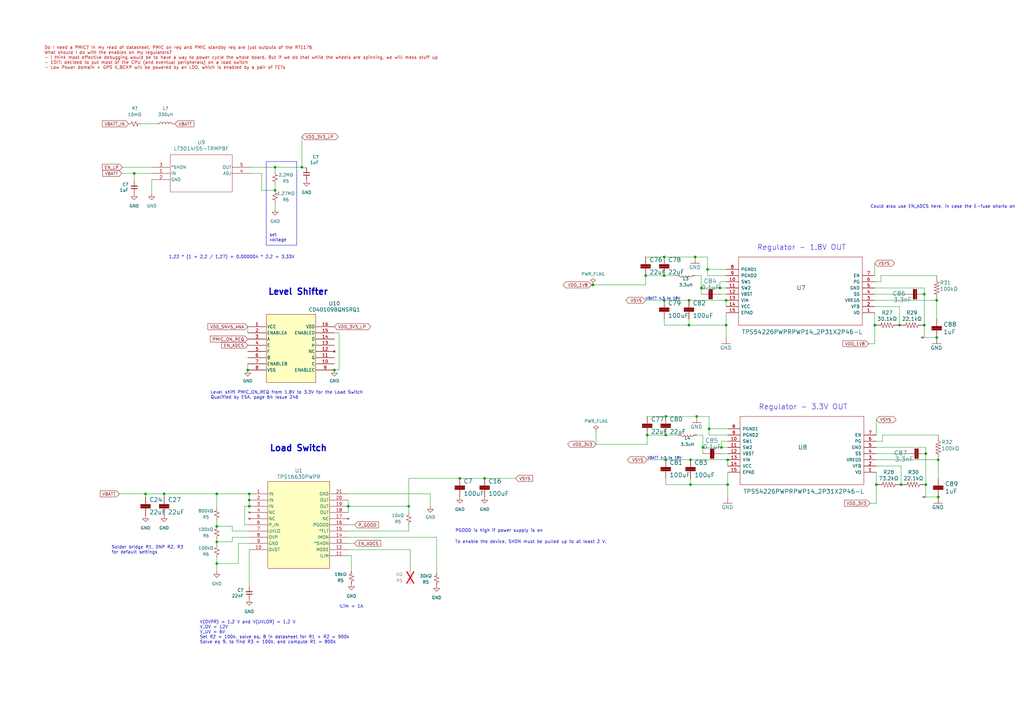
<source format=kicad_sch>
(kicad_sch (version 20230121) (generator eeschema)
  (paper "A3")
  (lib_symbols
    (symbol "Device:C_Small" (pin_numbers hide) (pin_names (offset 0.254) hide)
      (property "Reference" "C" (at 0.254 1.778 0))
      (property "Value" "C_Small" (at 0.254 -2.032 0))
      (symbol "C_Small_0_1"
        (polyline (pts (xy -1.27 -0.508) (xy 1.27 -0.508)) (stroke (width 0.3302)))
        (polyline (pts (xy -1.27 0.508) (xy 1.27 0.508)) (stroke (width 0.3048)))
      )
      (symbol "C_Small_1_1"
        (pin passive line (at 0 2.54 270) (length 2.032) (name "~") (number "1"))
        (pin passive line (at 0 -2.54 90) (length 2.032) (name "~") (number "2"))
      )
    )
    (symbol "Device:L" (pin_numbers hide) (pin_names (offset 1.016) hide)
      (property "Reference" "L" (at -1.27 0 90))
      (property "Value" "L" (at 1.905 0 90))
      (symbol "L_0_1"
        (arc (start 0 -2.54) (mid 0.6323 -1.905) (end 0 -1.27))
        (arc (start 0 -1.27) (mid 0.6323 -0.635) (end 0 0))
        (arc (start 0 0) (mid 0.6323 0.635) (end 0 1.27))
        (arc (start 0 1.27) (mid 0.6323 1.905) (end 0 2.54))
      )
      (symbol "L_1_1"
        (pin passive line (at 0 3.81 270) (length 1.27) (name "1") (number "1"))
        (pin passive line (at 0 -3.81 90) (length 1.27) (name "2") (number "2"))
      )
    )
    (symbol "Device:R_Small_US" (pin_numbers hide) (pin_names (offset 0.254) hide)
      (property "Reference" "R" (at 0.762 0.508 0))
      (property "Value" "R_Small_US" (at 0.762 -1.016 0))
      (symbol "R_Small_US_1_1"
        (polyline (pts (xy 0 0) (xy 1.016 -0.381) (xy 0 -0.762) (xy -1.016 -1.143) (xy 0 -1.27)))
        (polyline (pts (xy 0 1.27) (xy 1.016 1.143) (xy 0 0.762) (xy -1.016 0.381) (xy 0 0)))
        (pin passive line (at 0 2.54 270) (length 1.016) (name "~") (number "1"))
        (pin passive line (at 0 -2.54 90) (length 1.016) (name "~") (number "2"))
      )
    )
    (symbol "adcs:CD40109BQNSRQ1" (pin_names (offset 0.254))
      (property "Reference" "U" (at 17.78 10.16 0))
      (property "Value" "CD40109BQNSRQ1" (at 17.78 7.62 0))
      (symbol "CD40109BQNSRQ1_1_1"
        (rectangle (start 7.62 5.08) (end 27.94 -22.86) (fill (type background)))
        (pin power_in line (at 0 0 0) (length 7.62) (name "VCC") (number "1"))
        (pin input line (at 35.56 -15.24 180) (length 7.62) (name "C") (number "10"))
        (pin output line (at 35.56 -12.7 180) (length 7.62) (name "G") (number "11"))
        (pin no_connect line (at 35.56 -10.16 180) (length 7.62) (name "NC") (number "12"))
        (pin output line (at 35.56 -7.62 180) (length 7.62) (name "H") (number "13"))
        (pin input line (at 35.56 -5.08 180) (length 7.62) (name "D") (number "14"))
        (pin input line (at 35.56 -2.54 180) (length 7.62) (name "ENABLED") (number "15"))
        (pin power_in line (at 35.56 0 180) (length 7.62) (name "VDD") (number "16"))
        (pin input line (at 0 -2.54 0) (length 7.62) (name "ENABLEA") (number "2"))
        (pin input line (at 0 -5.08 0) (length 7.62) (name "A") (number "3"))
        (pin output line (at 0 -7.62 0) (length 7.62) (name "E") (number "4"))
        (pin output line (at 0 -10.16 0) (length 7.62) (name "F") (number "5"))
        (pin input line (at 0 -12.7 0) (length 7.62) (name "B") (number "6"))
        (pin input line (at 0 -15.24 0) (length 7.62) (name "ENABLEB") (number "7"))
        (pin power_in line (at 0 -17.78 0) (length 7.62) (name "VSS") (number "8"))
        (pin input line (at 35.56 -17.78 180) (length 7.62) (name "ENABLEC") (number "9"))
      )
    )
    (symbol "adcs:LT3014IS5-TRMPBF" (pin_names (offset 0.254))
      (property "Reference" "U" (at 20.32 10.16 0))
      (property "Value" "LT3014IS5-TRMPBF" (at 20.32 7.62 0))
      (symbol "LT3014IS5-TRMPBF_1_1"
        (polyline (pts (xy 7.62 -10.16) (xy 33.02 -10.16)) (stroke (width 0.127)))
        (polyline (pts (xy 7.62 5.08) (xy 7.62 -10.16)) (stroke (width 0.127)))
        (polyline (pts (xy 33.02 -10.16) (xy 33.02 5.08)) (stroke (width 0.127)))
        (polyline (pts (xy 33.02 5.08) (xy 7.62 5.08)) (stroke (width 0.127)))
        (pin input line (at 0 -2.54 0) (length 7.62) (name "IN") (number "1"))
        (pin power_in line (at 0 -5.08 0) (length 7.62) (name "GND") (number "2"))
        (pin unspecified line (at 0 0 0) (length 7.62) (name "*SHDN") (number "3"))
        (pin unspecified line (at 40.64 -2.54 180) (length 7.62) (name "ADJ") (number "4"))
        (pin output line (at 40.64 0 180) (length 7.62) (name "OUT") (number "5"))
      )
    )
    (symbol "adcs:TPS16630PWPR" (pin_names (offset 0.254))
      (property "Reference" "U" (at 20.32 10.16 0))
      (property "Value" "TPS16630PWPR" (at 20.32 7.62 0))
      (symbol "TPS16630PWPR_1_1"
        (rectangle (start 7.62 5.08) (end 33.02 -30.48) (fill (type background)))
        (pin power_in line (at 0 0 0) (length 7.62) (name "IN") (number "1"))
        (pin bidirectional line (at 0 -22.86 0) (length 7.62) (name "DVDT") (number "10"))
        (pin bidirectional line (at 40.64 -25.4 180) (length 7.62) (name "ILIM") (number "11"))
        (pin input line (at 40.64 -22.86 180) (length 7.62) (name "MODE") (number "12"))
        (pin input line (at 40.64 -20.32 180) (length 7.62) (name "*SHDN") (number "13"))
        (pin output line (at 40.64 -17.78 180) (length 7.62) (name "IMON") (number "14"))
        (pin output line (at 40.64 -15.24 180) (length 7.62) (name "*FLT") (number "15"))
        (pin output line (at 40.64 -12.7 180) (length 7.62) (name "PGOOD") (number "16"))
        (pin no_connect line (at 40.64 -10.16 180) (length 7.62) (name "NC") (number "17"))
        (pin power_in line (at 40.64 -7.62 180) (length 7.62) (name "OUT") (number "18"))
        (pin power_in line (at 40.64 -5.08 180) (length 7.62) (name "OUT") (number "19"))
        (pin power_in line (at 0 -2.54 0) (length 7.62) (name "IN") (number "2"))
        (pin power_in line (at 40.64 -2.54 180) (length 7.62) (name "OUT") (number "20"))
        (pin power_out line (at 40.64 0 180) (length 7.62) (name "GND") (number "21"))
        (pin power_in line (at 0 -5.08 0) (length 7.62) (name "IN") (number "3"))
        (pin no_connect line (at 0 -7.62 0) (length 7.62) (name "NC") (number "4"))
        (pin no_connect line (at 0 -10.16 0) (length 7.62) (name "NC") (number "5"))
        (pin power_in line (at 0 -12.7 0) (length 7.62) (name "P_IN") (number "6"))
        (pin input line (at 0 -15.24 0) (length 7.62) (name "UVLO") (number "7"))
        (pin input line (at 0 -17.78 0) (length 7.62) (name "OVP") (number "8"))
        (pin power_out line (at 0 -20.32 0) (length 7.62) (name "GND") (number "9"))
      )
    )
    (symbol "mainboard:1.0UF-0603-16V-10%" (pin_names (offset 1.016))
      (property "Reference" "C" (at 1.27 2.921 0))
      (property "Value" "1.0UF-0603-16V-10%" (at 1.27 -2.159 0))
      (symbol "1.0UF-0603-16V-10%_1_0"
        (rectangle (start -2.032 0.508) (end 2.032 1.016) (fill (type outline)))
        (rectangle (start -2.032 1.27) (end 2.032 2.032) (fill (type outline)))
        (polyline (pts (xy 0 0) (xy 0 0.508)))
        (polyline (pts (xy 0 2.54) (xy 0 2.032)))
        (pin passive line (at 0 5.08 270) (length 2.54) (name "1") (number "1"))
        (pin passive line (at 0 -2.54 90) (length 2.54) (name "2") (number "2"))
      )
    )
    (symbol "mainboard:22UF-0805-6.3V-20%" (pin_names (offset 1.016))
      (property "Reference" "C" (at 1.27 2.921 0))
      (property "Value" "22UF-0805-6.3V-20%" (at 1.27 -2.159 0))
      (symbol "22UF-0805-6.3V-20%_1_0"
        (rectangle (start -2.032 0.508) (end 2.032 1.016) (fill (type outline)))
        (rectangle (start -2.032 1.27) (end 2.032 2.032) (fill (type outline)))
        (polyline (pts (xy 0 0) (xy 0 0.508)))
        (polyline (pts (xy 0 2.54) (xy 0 2.032)))
        (pin passive line (at 0 5.08 270) (length 2.54) (name "1") (number "1"))
        (pin passive line (at 0 -2.54 90) (length 2.54) (name "2") (number "2"))
      )
    )
    (symbol "mainboard:22UF-1210-16V-20%" (pin_names (offset 1.016))
      (property "Reference" "C" (at 1.27 2.921 0))
      (property "Value" "22UF-1210-16V-20%" (at 1.27 -2.159 0))
      (symbol "22UF-1210-16V-20%_1_0"
        (rectangle (start -2.032 0.508) (end 2.032 1.016) (fill (type outline)))
        (rectangle (start -2.032 1.27) (end 2.032 2.032) (fill (type outline)))
        (polyline (pts (xy 0 0) (xy 0 0.508)))
        (polyline (pts (xy 0 2.54) (xy 0 2.032)))
        (pin passive line (at 0 5.08 270) (length 2.54) (name "1") (number "1"))
        (pin passive line (at 0 -2.54 90) (length 2.54) (name "2") (number "2"))
      )
    )
    (symbol "mainboard:3.3NF-0603-100V-10%" (pin_names (offset 1.016))
      (property "Reference" "C" (at 1.27 2.921 0))
      (property "Value" "3.3NF-0603-100V-10%" (at 1.27 -2.159 0))
      (symbol "3.3NF-0603-100V-10%_1_0"
        (rectangle (start -2.032 0.508) (end 2.032 1.016) (fill (type outline)))
        (rectangle (start -2.032 1.27) (end 2.032 2.032) (fill (type outline)))
        (polyline (pts (xy 0 0) (xy 0 0.508)))
        (polyline (pts (xy 0 2.54) (xy 0 2.032)))
        (pin passive line (at 0 5.08 270) (length 2.54) (name "1") (number "1"))
        (pin passive line (at 0 -2.54 90) (length 2.54) (name "2") (number "2"))
      )
    )
    (symbol "mainboard:GND" (power) (pin_names (offset 1.016))
      (property "Value" "GND" (at -2.54 -2.54 0))
      (symbol "GND_1_0"
        (polyline (pts (xy -1.905 0) (xy 1.905 0)))
        (pin power_in line (at 0 2.54 270) (length 2.54) (name "GND") (number "1"))
      )
    )
    (symbol "mainboard:R-US_R0603" (pin_names (offset 1.016))
      (property "Reference" "R" (at -3.81 1.4986 0))
      (property "Value" "R-US_R0603" (at -3.81 -3.302 0))
      (symbol "R-US_R0603_1_0"
        (polyline (pts (xy -2.54 0) (xy -2.159 1.016)))
        (polyline (pts (xy -2.159 1.016) (xy -1.27 -1.016)))
        (polyline (pts (xy -1.27 -1.016) (xy -0.889 1.016)))
        (polyline (pts (xy -0.889 1.016) (xy -0.254 -1.016)))
        (polyline (pts (xy -0.254 -1.016) (xy 0.381 1.016)))
        (polyline (pts (xy 0.381 1.016) (xy 1.016 -1.016)))
        (polyline (pts (xy 1.016 -1.016) (xy 1.651 1.016)))
        (polyline (pts (xy 1.651 1.016) (xy 2.286 -1.016)))
        (polyline (pts (xy 2.286 -1.016) (xy 2.54 0)))
        (pin passive line (at -5.08 0 0) (length 2.54) (name "1") (number "1"))
        (pin passive line (at 5.08 0 180) (length 2.54) (name "2") (number "2"))
      )
    )
    (symbol "mainboard:TPS54226PWPRPWP14_2P31X2P46-L" (pin_names (offset 1.016))
      (property "Reference" "U" (at 28.2956 9.1186 0))
      (property "Value" "TPS54226PWPRPWP14_2P31X2P46-L" (at 27.6606 6.5786 0))
      (symbol "TPS54226PWPRPWP14_2P31X2P46-L_1_0"
        (polyline (pts (xy 7.62 -22.86) (xy 58.42 -22.86)))
        (polyline (pts (xy 7.62 5.08) (xy 7.62 -22.86)))
        (polyline (pts (xy 58.42 -22.86) (xy 58.42 5.08)))
        (polyline (pts (xy 58.42 5.08) (xy 7.62 5.08)))
        (pin output line (at 2.54 0 0) (length 5.08) (name "VO") (number "1"))
        (pin passive line (at 63.5 -12.7 180) (length 5.08) (name "SW1") (number "10"))
        (pin passive line (at 63.5 -10.16 180) (length 5.08) (name "SW2") (number "11"))
        (pin input line (at 63.5 -7.62 180) (length 5.08) (name "VBST") (number "12"))
        (pin input line (at 63.5 -5.08 180) (length 5.08) (name "VIN") (number "13"))
        (pin input line (at 63.5 -2.54 180) (length 5.08) (name "VCC") (number "14"))
        (pin passive line (at 63.5 0 180) (length 5.08) (name "EPAD") (number "15"))
        (pin input line (at 2.54 -2.54 0) (length 5.08) (name "VFB") (number "2"))
        (pin output line (at 2.54 -5.08 0) (length 5.08) (name "VREG5") (number "3"))
        (pin passive line (at 2.54 -7.62 0) (length 5.08) (name "SS") (number "4"))
        (pin power_in line (at 2.54 -10.16 0) (length 5.08) (name "GND") (number "5"))
        (pin output line (at 2.54 -12.7 0) (length 5.08) (name "PG") (number "6"))
        (pin input line (at 2.54 -15.24 0) (length 5.08) (name "EN") (number "7"))
        (pin power_in line (at 63.5 -17.78 180) (length 5.08) (name "PGND1") (number "8"))
        (pin power_in line (at 63.5 -15.24 180) (length 5.08) (name "PGND2") (number "9"))
      )
    )
    (symbol "power:GND" (power) (pin_names (offset 0))
      (property "Value" "GND" (at 0 -3.81 0))
      (symbol "GND_0_1"
        (polyline (pts (xy 0 0) (xy 0 -1.27) (xy 1.27 -1.27) (xy 0 -2.54) (xy -1.27 -1.27) (xy 0 -1.27)))
      )
      (symbol "GND_1_1"
        (pin power_in line (at 0 0 270) (length 0) hide (name "GND") (number "1"))
      )
    )
    (symbol "power:PWR_FLAG" (power) (pin_numbers hide) (pin_names (offset 0) hide)
      (property "Value" "PWR_FLAG" (at 0 3.81 0))
      (symbol "PWR_FLAG_0_0"
        (pin power_out line (at 0 0 90) (length 0) (name "pwr") (number "1"))
      )
      (symbol "PWR_FLAG_0_1"
        (polyline (pts (xy 0 0) (xy 0 1.27) (xy -1.016 1.905) (xy 0 2.54) (xy 1.016 1.905) (xy 0 1.27)))
      )
    )
  )
  (junction (at 88.9 222.25))
  (junction (at 167.64 207.645))
  (junction (at 282.575 123.19))
  (junction (at 243.205 116.84))
  (junction (at 384.175 123.19))
  (junction (at 290.83 175.895))
  (junction (at 379.095 120.65))
  (junction (at 55.0418 71.12))
  (junction (at 272.415 113.03))
  (junction (at 369.57 198.755))
  (junction (at 273.05 188.595))
  (junction (at 379.73 198.755))
  (junction (at 264.795 113.03))
  (junction (at 288.29 183.515))
  (junction (at 282.575 133.35))
  (junction (at 384.81 203.835))
  (junction (at 137.16 151.765))
  (junction (at 102.235 207.645))
  (junction (at 102.235 202.565))
  (junction (at 298.45 198.755))
  (junction (at 112.8268 78.105))
  (junction (at 272.415 105.41))
  (junction (at 297.815 133.35))
  (junction (at 297.815 123.19))
  (junction (at 285.75 170.815))
  (junction (at 265.43 178.435))
  (junction (at 283.21 198.755))
  (junction (at 142.875 207.645))
  (junction (at 359.41 198.755))
  (junction (at 283.21 188.595))
  (junction (at 295.91 183.515))
  (junction (at 368.935 133.35))
  (junction (at 198.755 196.215))
  (junction (at 88.9 231.14))
  (junction (at 273.05 178.435))
  (junction (at 272.415 123.19))
  (junction (at 88.9 215.9))
  (junction (at 287.655 118.11))
  (junction (at 88.9 202.565))
  (junction (at 379.73 186.055))
  (junction (at 358.775 133.35))
  (junction (at 379.095 133.35))
  (junction (at 123.825 68.58))
  (junction (at 285.115 105.41))
  (junction (at 290.195 110.49))
  (junction (at 59.69 202.565))
  (junction (at 298.45 188.595))
  (junction (at 384.175 138.43))
  (junction (at 188.595 196.215))
  (junction (at 67.31 202.565))
  (junction (at 101.6 151.765))
  (junction (at 112.8268 68.58))
  (junction (at 102.235 205.105))
  (junction (at 384.81 188.595))
  (junction (at 295.275 118.11))
  (junction (at 273.05 170.815))
  (wire (pts (xy 361.315 113.03) (xy 361.315 115.57)))
  (wire (pts (xy 102.235 202.565) (xy 102.235 205.105)))
  (wire (pts (xy 285.75 178.435) (xy 288.29 178.435)))
  (wire (pts (xy 62.23 73.66) (xy 62.23 79.375)))
  (wire (pts (xy 112.8268 68.58) (xy 112.8268 70.485)))
  (wire (pts (xy 283.21 188.595) (xy 298.45 188.595)))
  (wire (pts (xy 176.53 202.565) (xy 176.53 207.645)))
  (wire (pts (xy 88.9 231.14) (xy 88.9 228.6)))
  (wire (pts (xy 282.575 123.19) (xy 297.815 123.19)))
  (wire (pts (xy 298.45 193.675) (xy 298.45 198.755)))
  (wire (pts (xy 298.45 198.755) (xy 298.45 203.835)))
  (wire (pts (xy 49.9618 71.12) (xy 55.0418 71.12)))
  (wire (pts (xy 88.9 220.98) (xy 88.9 222.25)))
  (wire (pts (xy 273.05 188.595) (xy 283.21 188.595)))
  (wire (pts (xy 179.07 220.345) (xy 179.07 234.95)))
  (wire (pts (xy 285.115 113.03) (xy 287.655 113.03)))
  (wire (pts (xy 102.87 71.12) (xy 107.315 71.12)))
  (wire (pts (xy 379.095 118.11) (xy 379.095 120.65)))
  (wire (pts (xy 243.205 116.84) (xy 264.795 116.84)))
  (wire (pts (xy 142.875 222.885) (xy 145.415 222.885)))
  (wire (pts (xy 112.8268 83.185) (xy 112.8268 85.725)))
  (wire (pts (xy 379.095 138.43) (xy 384.175 138.43)))
  (wire (pts (xy 59.69 202.565) (xy 67.31 202.565)))
  (wire (pts (xy 283.21 198.755) (xy 283.21 196.215)))
  (wire (pts (xy 88.9 215.9) (xy 95.25 215.9)))
  (wire (pts (xy 273.05 198.755) (xy 273.05 196.215)))
  (wire (pts (xy 67.31 202.565) (xy 88.9 202.565)))
  (wire (pts (xy 272.415 133.35) (xy 272.415 130.81)))
  (wire (pts (xy 88.9 231.14) (xy 97.79 231.14)))
  (wire (pts (xy 295.91 183.515) (xy 288.29 183.515)))
  (wire (pts (xy 142.875 217.805) (xy 167.64 217.805)))
  (wire (pts (xy 384.175 123.19) (xy 384.175 130.81)))
  (wire (pts (xy 297.815 125.73) (xy 297.815 123.19)))
  (wire (pts (xy 358.775 133.35) (xy 358.775 140.97)))
  (wire (pts (xy 95.25 222.25) (xy 88.9 222.25)))
  (wire (pts (xy 295.275 118.11) (xy 287.655 118.11)))
  (wire (pts (xy 273.05 188.595) (xy 265.43 188.595)))
  (wire (pts (xy 55.0418 71.12) (xy 62.23 71.12)))
  (wire (pts (xy 285.115 105.41) (xy 290.195 105.41)))
  (wire (pts (xy 264.795 116.84) (xy 264.795 113.03)))
  (wire (pts (xy 295.275 118.11) (xy 295.275 115.57)))
  (wire (pts (xy 88.9 202.565) (xy 88.9 208.28)))
  (wire (pts (xy 298.45 186.055) (xy 295.91 186.055)))
  (wire (pts (xy 379.095 138.43) (xy 379.095 133.35)))
  (wire (pts (xy 290.195 110.49) (xy 290.195 113.03)))
  (wire (pts (xy 100.33 215.265) (xy 102.235 215.265)))
  (wire (pts (xy 297.815 128.27) (xy 297.815 133.35)))
  (wire (pts (xy 359.41 206.375) (xy 356.87 206.375)))
  (wire (pts (xy 102.235 225.425) (xy 102.235 240.665)))
  (wire (pts (xy 287.655 120.65) (xy 287.655 118.11)))
  (wire (pts (xy 198.755 196.215) (xy 211.455 196.215)))
  (wire (pts (xy 358.775 125.73) (xy 368.935 125.73)))
  (wire (pts (xy 88.9 222.25) (xy 88.9 223.52)))
  (wire (pts (xy 272.415 113.03) (xy 277.495 113.03)))
  (wire (pts (xy 285.75 170.815) (xy 290.83 170.815)))
  (wire (pts (xy 288.29 186.055) (xy 288.29 183.515)))
  (wire (pts (xy 264.795 105.41) (xy 272.415 105.41)))
  (wire (pts (xy 272.415 123.19) (xy 282.575 123.19)))
  (wire (pts (xy 243.205 116.84) (xy 242.57 116.84)))
  (wire (pts (xy 379.73 186.055) (xy 379.73 198.755)))
  (wire (pts (xy 290.83 175.895) (xy 290.83 178.435)))
  (wire (pts (xy 358.775 107.95) (xy 358.775 113.03)))
  (wire (pts (xy 282.575 133.35) (xy 282.575 130.81)))
  (wire (pts (xy 379.73 203.835) (xy 379.73 198.755)))
  (wire (pts (xy 97.79 222.885) (xy 102.235 222.885)))
  (wire (pts (xy 359.41 198.755) (xy 359.41 206.375)))
  (wire (pts (xy 244.475 182.245) (xy 244.475 177.165)))
  (wire (pts (xy 48.895 202.565) (xy 59.69 202.565)))
  (wire (pts (xy 188.595 196.215) (xy 198.755 196.215)))
  (wire (pts (xy 107.315 78.105) (xy 112.8268 78.105)))
  (wire (pts (xy 142.875 202.565) (xy 176.53 202.565)))
  (wire (pts (xy 384.81 178.435) (xy 361.95 178.435)))
  (wire (pts (xy 369.57 191.135) (xy 369.57 198.755)))
  (wire (pts (xy 298.45 191.135) (xy 298.45 188.595)))
  (wire (pts (xy 88.9 202.565) (xy 102.235 202.565)))
  (wire (pts (xy 168.275 225.425) (xy 168.275 234.315)))
  (wire (pts (xy 112.8268 75.565) (xy 112.8268 78.105)))
  (wire (pts (xy 142.875 225.425) (xy 168.275 225.425)))
  (wire (pts (xy 107.315 71.12) (xy 107.315 78.105)))
  (wire (pts (xy 361.315 115.57) (xy 358.775 115.57)))
  (wire (pts (xy 102.235 205.105) (xy 102.235 207.645)))
  (wire (pts (xy 137.16 136.525) (xy 139.065 136.525)))
  (wire (pts (xy 288.29 183.515) (xy 288.29 178.435)))
  (wire (pts (xy 379.095 120.65) (xy 379.095 133.35)))
  (wire (pts (xy 273.05 170.815) (xy 285.75 170.815)))
  (wire (pts (xy 142.875 220.345) (xy 179.07 220.345)))
  (wire (pts (xy 272.415 105.41) (xy 285.115 105.41)))
  (wire (pts (xy 142.875 227.965) (xy 144.145 227.965)))
  (wire (pts (xy 297.815 115.57) (xy 295.275 115.57)))
  (wire (pts (xy 358.775 128.27) (xy 358.775 133.35)))
  (wire (pts (xy 359.41 172.085) (xy 359.41 178.435)))
  (wire (pts (xy 167.64 217.805) (xy 167.64 215.265)))
  (wire (pts (xy 167.64 196.215) (xy 188.595 196.215)))
  (wire (pts (xy 272.415 133.35) (xy 282.575 133.35)))
  (wire (pts (xy 142.875 215.265) (xy 145.415 215.265)))
  (wire (pts (xy 358.775 118.11) (xy 379.095 118.11)))
  (wire (pts (xy 95.25 220.345) (xy 95.25 222.25)))
  (wire (pts (xy 384.175 113.03) (xy 361.315 113.03)))
  (wire (pts (xy 273.05 178.435) (xy 278.13 178.435)))
  (wire (pts (xy 88.9 234.315) (xy 88.9 231.14)))
  (wire (pts (xy 167.64 210.185) (xy 167.64 207.645)))
  (wire (pts (xy 359.41 186.055) (xy 372.11 186.055)))
  (wire (pts (xy 297.815 133.35) (xy 297.815 138.43)))
  (wire (pts (xy 100.33 207.645) (xy 100.33 215.265)))
  (wire (pts (xy 97.79 231.14) (xy 97.79 222.885)))
  (wire (pts (xy 290.195 113.03) (xy 297.815 113.03)))
  (wire (pts (xy 102.87 68.58) (xy 112.8268 68.58)))
  (wire (pts (xy 297.815 118.11) (xy 295.275 118.11)))
  (wire (pts (xy 55.0418 71.12) (xy 55.0418 74.295)))
  (wire (pts (xy 142.875 205.105) (xy 142.875 207.645)))
  (wire (pts (xy 358.775 120.65) (xy 371.475 120.65)))
  (wire (pts (xy 123.825 68.58) (xy 123.825 68.7832)))
  (wire (pts (xy 298.45 183.515) (xy 295.91 183.515)))
  (wire (pts (xy 244.475 182.245) (xy 265.43 182.245)))
  (wire (pts (xy 282.575 133.35) (xy 297.815 133.35)))
  (wire (pts (xy 297.815 110.49) (xy 290.195 110.49)))
  (wire (pts (xy 167.64 196.215) (xy 167.64 207.645)))
  (wire (pts (xy 101.6 149.225) (xy 101.6 151.765)))
  (wire (pts (xy 298.45 180.975) (xy 295.91 180.975)))
  (wire (pts (xy 102.235 220.345) (xy 95.25 220.345)))
  (wire (pts (xy 265.43 182.245) (xy 265.43 178.435)))
  (wire (pts (xy 272.415 123.19) (xy 264.795 123.19)))
  (wire (pts (xy 95.25 217.805) (xy 102.235 217.805)))
  (wire (pts (xy 361.95 180.975) (xy 359.41 180.975)))
  (wire (pts (xy 361.95 178.435) (xy 361.95 180.975)))
  (wire (pts (xy 144.145 227.965) (xy 144.145 234.315)))
  (wire (pts (xy 57.785 50.8) (xy 64.135 50.8)))
  (wire (pts (xy 298.45 175.895) (xy 290.83 175.895)))
  (wire (pts (xy 101.6 133.985) (xy 101.6 136.525)))
  (wire (pts (xy 290.195 105.41) (xy 290.195 110.49)))
  (wire (pts (xy 290.83 170.815) (xy 290.83 175.895)))
  (wire (pts (xy 67.31 203.835) (xy 67.31 202.565)))
  (wire (pts (xy 379.73 203.835) (xy 384.81 203.835)))
  (wire (pts (xy 142.875 207.645) (xy 142.875 210.185)))
  (wire (pts (xy 167.64 207.645) (xy 142.875 207.645)))
  (wire (pts (xy 379.73 183.515) (xy 379.73 186.055)))
  (wire (pts (xy 273.05 198.755) (xy 283.21 198.755)))
  (wire (pts (xy 384.81 188.595) (xy 384.81 196.215)))
  (wire (pts (xy 112.8268 68.58) (xy 123.825 68.58)))
  (wire (pts (xy 297.815 120.65) (xy 295.275 120.65)))
  (wire (pts (xy 50.165 68.58) (xy 62.23 68.58)))
  (wire (pts (xy 123.825 56.0832) (xy 123.825 68.58)))
  (wire (pts (xy 359.41 183.515) (xy 379.73 183.515)))
  (wire (pts (xy 290.83 178.435) (xy 298.45 178.435)))
  (wire (pts (xy 359.41 193.675) (xy 359.41 198.755)))
  (wire (pts (xy 287.655 118.11) (xy 287.655 113.03)))
  (wire (pts (xy 139.065 151.765) (xy 137.16 151.765)))
  (wire (pts (xy 88.9 213.36) (xy 88.9 215.9)))
  (wire (pts (xy 59.69 203.835) (xy 59.69 202.565)))
  (wire (pts (xy 283.21 198.755) (xy 298.45 198.755)))
  (wire (pts (xy 359.41 188.595) (xy 384.81 188.595)))
  (wire (pts (xy 95.25 215.9) (xy 95.25 217.805)))
  (wire (pts (xy 102.235 207.645) (xy 100.33 207.645)))
  (wire (pts (xy 265.43 170.815) (xy 273.05 170.815)))
  (wire (pts (xy 368.935 125.73) (xy 368.935 133.35)))
  (wire (pts (xy 139.065 136.525) (xy 139.065 151.765)))
  (wire (pts (xy 295.91 183.515) (xy 295.91 180.975)))
  (wire (pts (xy 358.775 123.19) (xy 384.175 123.19)))
  (wire (pts (xy 359.41 191.135) (xy 369.57 191.135)))
  (wire (pts (xy 265.43 178.435) (xy 273.05 178.435)))
  (wire (pts (xy 123.825 68.7832) (xy 125.73 68.7832)))
  (wire (pts (xy 358.775 140.97) (xy 356.235 140.97)))
  (wire (pts (xy 264.795 113.03) (xy 272.415 113.03)))
  (rectangle (start 109.22 66.2432) (end 121.7168 100.5332))
  (text "ILim = 1A" (at 139.065 249.555 0) (effects (font (size 1.27 1.27)) (justify left bottom)))
  (text "Regulator - 1.8V OUT" (at 310.515 102.87 0) (effects (font (size 2.159 2.159)) (justify left bottom)))
  (text "Level shift PMIC_ON_REQ from 1.8V to 3.3V for the Load Switch \nQualified by ESA, page 64 Issue 246" (at 86.36 163.83 0) (effects (font (size 1.27 1.27)) (justify left bottom)))
  (text "set\nvoltage\n" (at 110.49 99.2632 0) (effects (font (size 1.27 1.27)) (justify left bottom)))
  (text "VBATT 4.5 to 18V" (at 265.43 188.595 0) (effects (font (size 1.0668 1.0668)) (justify left bottom)))
  (text "1.22 * (1 + 2.2 / 1.27) + 0.000004 * 2.2 = 3.33V" (at 69.215 106.2482 0) (effects (font (size 1.27 1.27)) (justify left bottom)))
  (text "V(OVPR) = 1.2 V and V(UVLOR) = 1.2 V\nV_OV = 12V\nV_UV = 6V\nSet R2 = 100k, solve eq. 8 in datasheet for R1 + R2 = 900k\nSolve eq 9. to find R3 = 100k, and compute R1 = 800k" (at 81.915 264.16 0) (effects (font (size 1.27 1.27)) (justify left bottom)))
  (text "Could also use EN_ADCS here, in case the E-fuse shorts on" (at 356.9462 85.5472 0) (effects (font (size 1.27 1.27)) (justify left bottom)))
  (text "Solder bridge R1, DNP R2, R3 \nfor default settings" (at 45.72 227.33 0) (effects (font (size 1.27 1.27)) (justify left bottom)))
  (text "Level Shifter" (at 109.855 121.285 0) (effects (font (size 2.54 2.54) (thickness 0.508) bold) (justify left bottom)))
  (text "Regulator - 3.3V OUT" (at 311.15 168.275 0) (effects (font (size 2.159 2.159)) (justify left bottom)))
  (text "To enable the device, SHDN must be pulled up to at least 2 V." (at 186.6138 223.0628 0) (effects (font (size 1.27 1.27)) (justify left bottom)))
  (text "Load Switch" (at 110.49 185.42 0) (effects (font (size 2.54 2.54) (thickness 0.508) bold) (justify left bottom)))
  (text "VBATT 4.5 to 18V" (at 264.795 123.19 0) (effects (font (size 1.0668 1.0668)) (justify left bottom)))
  (text "Do I need a PMIC? In my read of datasheet, PMIC on req and PMIC standby req are just outputs of the RT1176\nWhat should I do with the enables on my regulators?\n- I think most effective debugging would be to have a way to power cycle the whole board. But if we do that while the wheels are spinning, we will mess stuff up\n- EDIT: decided to put most of the CPU (and eventual peripherals) on a load switch\n- Low Power domain + GPS V_BCKP will be powered by an LDO, which is enabled by a pair of FETs" (at 18.161 28.575 0) (effects (font (size 1.27 1.27)) (justify left bottom)))
  (text "PGOOD is high if power supply is on" (at 186.69 218.44 0) (effects (font (size 1.27 1.27)) (justify left bottom)))
  (global_label "VSYS" (shape input) (at 211.455 196.215 0) (property "Intersheetrefs" "${INTERSHEET_REFS}" (effects hide)))
  (global_label "VBATT" (shape input) (at 48.895 202.565 180) (property "Intersheetrefs" "${INTERSHEET_REFS}" (effects hide)))
  (global_label "VSYS" (shape bidirectional) (at 358.775 107.95 0) (property "Intersheetrefs" "${INTERSHEET_REFS}" (effects hide)))
  (global_label "VDD_SNVS_ANA" (shape input) (at 101.6 133.985 180) (property "Intersheetrefs" "${INTERSHEET_REFS}" (effects hide)))
  (global_label "VBATT" (shape input) (at 71.755 50.8 0) (property "Intersheetrefs" "${INTERSHEET_REFS}" (effects hide)))
  (global_label "VSYS" (shape bidirectional) (at 264.795 123.19 180) (property "Intersheetrefs" "${INTERSHEET_REFS}" (effects hide)))
  (global_label "GND" (shape bidirectional) (at 379.095 138.43 180) (effects (font (size 0.254 0.254))) (property "Intersheetrefs" "${INTERSHEET_REFS}" (effects hide)))
  (global_label "VSYS" (shape bidirectional) (at 265.43 188.595 180) (property "Intersheetrefs" "${INTERSHEET_REFS}" (effects hide)))
  (global_label "P_GOOD" (shape input) (at 145.415 215.265 0) (property "Intersheetrefs" "${INTERSHEET_REFS}" (effects hide)))
  (global_label "VDD_1V8" (shape bidirectional) (at 242.57 116.84 180) (property "Intersheetrefs" "${INTERSHEET_REFS}" (effects hide)))
  (global_label "EN_LP" (shape input) (at 50.165 68.58 180) (property "Intersheetrefs" "${INTERSHEET_REFS}" (effects hide)))
  (global_label "VDD_3V3_LP" (shape bidirectional) (at 137.16 133.985 0) (property "Intersheetrefs" "${INTERSHEET_REFS}" (effects hide)))
  (global_label "GND" (shape bidirectional) (at 379.73 203.835 180) (effects (font (size 0.254 0.254))) (property "Intersheetrefs" "${INTERSHEET_REFS}" (effects hide)))
  (global_label "PMIC_ON_REQ" (shape input) (at 101.6 139.065 180) (property "Intersheetrefs" "${INTERSHEET_REFS}" (effects hide)))
  (global_label "VDD_3V3" (shape bidirectional) (at 244.475 182.245 180) (property "Intersheetrefs" "${INTERSHEET_REFS}" (effects hide)))
  (global_label "VDD_3V3_LP" (shape bidirectional) (at 123.825 56.0832 0) (property "Intersheetrefs" "${INTERSHEET_REFS}" (effects hide)))
  (global_label "VSYS" (shape bidirectional) (at 359.41 172.085 0) (property "Intersheetrefs" "${INTERSHEET_REFS}" (effects hide)))
  (global_label "VBATT" (shape input) (at 49.9618 71.12 180) (property "Intersheetrefs" "${INTERSHEET_REFS}" (effects hide)))
  (global_label "VBATT_IN" (shape input) (at 52.705 50.8 180) (property "Intersheetrefs" "${INTERSHEET_REFS}" (effects hide)))
  (global_label "VDD_3V3" (shape input) (at 356.87 206.375 180) (property "Intersheetrefs" "${INTERSHEET_REFS}" (effects hide)))
  (global_label "EN_ADCS" (shape input) (at 101.6 141.605 180) (property "Intersheetrefs" "${INTERSHEET_REFS}" (effects hide)))
  (global_label "VDD_1V8" (shape input) (at 356.235 140.97 180) (property "Intersheetrefs" "${INTERSHEET_REFS}" (effects hide)))
  (global_label "EN_ADCS" (shape input) (at 145.415 222.885 0) (property "Intersheetrefs" "${INTERSHEET_REFS}" (effects hide)))
  (symbol (lib_id "mainboard:1.0UF-0603-16V-10%") (at 292.735 120.65 90) (unit 1)
    (property "Reference" "C84" (at 294.005 114.3 90) (effects (font (size 1.778 1.778)) (justify left bottom)))
    (property "Value" "0.1uF" (at 295.275 116.84 90) (effects (font (size 1.778 1.778)) (justify left bottom)))
    (property "Footprint" "adcs:Perfect_0402" (effects hide))
    (property "Footprint (for JLCPCB)" "0402" (effects hide))
    (instances (project "cpu_board" (path "" (reference "C84") (unit 1))) (project "mainboard" (path "" (reference "C?") (unit 1))))
  )
  (symbol (lib_id "power:GND") (at 137.16 151.765 0) (unit 1)
    (property "Reference" "#PWR028" (effects hide))
    (property "Value" "GND" (at 137.16 156.21 0))
  )
  (symbol (lib_id "mainboard:GND") (at 297.815 140.97 0) (unit 1)
    (property "Reference" "#GND04" (effects hide))
    (property "Value" "GND" (at 295.275 143.51 0) (effects (font (size 1.4986 1.4986)) (justify left bottom)))
    (instances (project "cpu_board" (path "" (reference "#GND04") (unit 1))) (project "mainboard" (path "" (reference "#GND?") (unit 1))))
  )
  (symbol (lib_id "mainboard:1.0UF-0603-16V-10%") (at 384.81 201.295 0) (unit 1)
    (property "Reference" "C89" (at 387.5532 198.4756 0) (effects (font (size 1.778 1.778)) (justify left)))
    (property "Value" "1uF" (at 387.5532 201.549 0) (effects (font (size 1.778 1.778)) (justify left)))
    (property "Footprint" "adcs:Perfect_0402" (effects hide))
    (property "Footprint (for JLCPCB)" "0402" (effects hide))
    (instances (project "cpu_board" (path "" (reference "C89") (unit 1))) (project "mainboard" (path "" (reference "C?") (unit 1))))
  )
  (symbol (lib_id "Device:C_Small") (at 55.0418 76.835 180) (unit 1)
    (property "Reference" "C?" (at 52.7304 75.6666 0) (effects (justify left)))
    (property "Value" "1uF" (at 52.7304 77.978 0) (effects (justify left)))
    (property "Footprint" "adcs:Perfect_0402" (effects hide))
    (property "Footprint (for JLCPCB)" "0402" (effects hide))
    (instances (project "Power" (path "" (reference "C?") (unit 1))) (project "cpu_board" (path "" (reference "C1") (unit 1)) (path "" (reference "C1") (unit 1))))
  )
  (symbol (lib_id "Device:R_Small_US") (at 144.145 236.855 0) (mirror x) (unit 1)
    (property "Reference" "R5" (at 139.7 238.125 0))
    (property "Value" "18kΩ" (at 139.7 235.585 0))
    (property "Footprint" "adcs:Perfect_0402" (effects hide))
    (property "Footprint (for JLCPCB)" "0402" (effects hide))
    (instances (project "cpu_board" (path "" (reference "R5") (unit 1)) (path "" (reference "R35") (unit 1))))
  )
  (symbol (lib_id "power:GND") (at 125.73 73.8632 0) (unit 1)
    (property "Reference" "#PWR05" (effects hide))
    (property "Value" "GND" (at 125.73 78.9432 0))
  )
  (symbol (lib_id "Device:R_Small_US") (at 179.07 237.49 0) (mirror x) (unit 1)
    (property "Reference" "R5" (at 174.625 238.76 0))
    (property "Value" "30kΩ" (at 174.625 236.22 0))
    (property "Footprint" "adcs:Perfect_0402" (effects hide))
    (property "Footprint (for JLCPCB)" "0402" (effects hide))
    (instances (project "cpu_board" (path "" (reference "R5") (unit 1)) (path "" (reference "R34") (unit 1))))
  )
  (symbol (lib_id "mainboard:GND") (at 384.81 206.375 0) (unit 1)
    (property "Reference" "#GND07" (effects hide))
    (property "Value" "GND" (at 382.27 208.915 0) (effects (font (size 1.4986 1.4986)) (justify left bottom)))
    (instances (project "cpu_board" (path "" (reference "#GND07") (unit 1))) (project "mainboard" (path "" (reference "#GND?") (unit 1))))
  )
  (symbol (lib_id "Device:C_Small") (at 125.73 71.3232 180) (unit 1)
    (property "Reference" "C?" (at 130.81 64.3382 0) (effects (justify left)))
    (property "Value" "1uF" (at 130.81 66.6496 0) (effects (justify left)))
    (property "Footprint" "adcs:Perfect_0402" (effects hide))
    (property "Footprint (for JLCPCB)" "0402" (effects hide))
    (instances (project "Power" (path "" (reference "C?") (unit 1))) (project "cpu_board" (path "" (reference "C2") (unit 1)) (path "" (reference "C2") (unit 1))))
  )
  (symbol (lib_id "Device:L") (at 67.945 50.8 90) (unit 1)
    (property "Reference" "L?" (at 67.945 44.45 90))
    (property "Value" "330uH" (at 67.945 46.99 90))
    (property "Footprint" "adcs:IND_SRN6045TA-331K" (effects hide))
    (property "Manufacturer_Name" "Bourns" (effects hide))
    (property "Unit Price" "0.54" (effects hide))
    (property "Flight" "SRN6045TA-331K" (effects hide))
    (property "Description" "Inductor" (effects hide))
    (property "JLCPCB P/N" "C2049953" (effects hide))
    (instances (project "adcs-hardware" (path "" (reference "L?") (unit 1))) (project "cpu_board" (path "" (reference "L5") (unit 1)) (path "" (reference "L1") (unit 1))))
  )
  (symbol (lib_id "Device:R_Small_US") (at 88.9 218.44 0) (mirror x) (unit 1)
    (property "Reference" "R6" (at 84.455 219.71 0))
    (property "Value" "100kΩ" (at 84.455 217.17 0))
    (property "Footprint" "adcs:Perfect_0402" (effects hide))
    (property "Footprint (for JLCPCB)" "0402" (effects hide))
    (instances (project "cpu_board" (path "" (reference "R6") (unit 1)) (path "" (reference "R15") (unit 1))))
  )
  (symbol (lib_id "mainboard:22UF-1210-16V-20%") (at 283.21 193.675 0) (unit 1)
    (property "Reference" "C83" (at 284.734 190.754 0) (effects (font (size 1.778 1.778)) (justify left bottom)))
    (property "Value" "100uF" (at 284.734 195.834 0) (effects (font (size 1.778 1.778)) (justify left bottom)))
    (property "Footprint" "adcs:Perfect_0402" (effects hide))
    (property "Description" "100uF 16V X5R 1210" (effects hide))
    (property "Footprint (for JLCPCB)" "1210" (effects hide))
    (instances (project "cpu_board" (path "" (reference "C83") (unit 1))) (project "mainboard" (path "" (reference "C?") (unit 1))))
  )
  (symbol (lib_id "power:GND") (at 198.755 203.835 0) (unit 1)
    (property "Reference" "#PWR03" (effects hide))
    (property "Value" "GND" (at 198.755 208.915 0))
    (instances (project "cpu_board" (path "" (reference "#PWR03") (unit 1)) (path "" (reference "#PWR014") (unit 1))))
  )
  (symbol (lib_id "mainboard:R-US_R0603") (at 374.65 198.755 180) (unit 1)
    (property "Reference" "R30" (at 374.65 193.675 0) (effects (font (size 1.4986 1.4986))))
    (property "Value" "22.1kΩ" (at 374.65 196.215 0) (effects (font (size 1.4986 1.4986))))
    (property "Footprint" "adcs:Perfect_0402" (effects hide))
    (property "Description" "22.1K 0402" (effects hide))
    (property "Footprint (for JLCPCB)" "0402" (effects hide))
    (instances (project "cpu_board" (path "" (reference "R30") (unit 1))) (project "mainboard" (path "" (reference "R?") (unit 1))))
  )
  (symbol (lib_id "mainboard:R-US_R0603") (at 363.855 133.35 180) (unit 1)
    (property "Reference" "R27" (at 363.855 128.27 0) (effects (font (size 1.4986 1.4986))))
    (property "Value" "30.1kΩ" (at 363.855 130.81 0) (effects (font (size 1.4986 1.4986))))
    (property "Footprint" "adcs:Perfect_0402" (effects hide))
    (property "Description" "30.1K 0402" (effects hide))
    (property "Footprint (for JLCPCB)" "0402" (effects hide))
    (instances (project "cpu_board" (path "" (reference "R27") (unit 1))) (project "mainboard" (path "" (reference "R?") (unit 1))))
  )
  (symbol (lib_id "power:GND") (at 62.23 79.375 0) (unit 1)
    (property "Reference" "#PWR03" (effects hide))
    (property "Value" "GND" (at 62.23 84.455 0))
  )
  (symbol (lib_id "Device:R_Small_US") (at 88.9 226.06 0) (mirror x) (unit 1)
    (property "Reference" "R6" (at 84.455 227.33 0))
    (property "Value" "100kΩ" (at 84.455 224.79 0))
    (property "Footprint" "adcs:Perfect_0402" (effects hide))
    (property "Footprint (for JLCPCB)" "0402" (effects hide))
    (instances (project "cpu_board" (path "" (reference "R6") (unit 1)) (path "" (reference "R19") (unit 1))))
  )
  (symbol (lib_id "mainboard:R-US_R0603") (at 384.81 183.515 270) (unit 1)
    (property "Reference" "R32" (at 386.08 182.245 90) (effects (font (size 1.4986 1.4986)) (justify left bottom)))
    (property "Value" "100kΩ" (at 386.08 184.785 90) (effects (font (size 1.4986 1.4986)) (justify left bottom)))
    (property "Footprint" "adcs:Perfect_0402" (effects hide))
    (property "Footprint (for JLCPCB)" "0402" (effects hide))
    (instances (project "cpu_board" (path "" (reference "R32") (unit 1))) (project "mainboard" (path "" (reference "R?") (unit 1))))
  )
  (symbol (lib_id "mainboard:22UF-0805-6.3V-20%") (at 264.795 110.49 0) (unit 1)
    (property "Reference" "C76" (at 266.319 107.569 0) (effects (font (size 1.778 1.778)) (justify left bottom)))
    (property "Value" "22uF" (at 266.319 112.649 0) (effects (font (size 1.778 1.778)) (justify left bottom)))
    (property "Footprint" "adcs:Perfect_0402" (effects hide))
    (property "Footprint (for JLCPCB)" "0402" (effects hide))
    (instances (project "cpu_board" (path "" (reference "C76") (unit 1))) (project "mainboard" (path "" (reference "C?") (unit 1))))
  )
  (symbol (lib_id "Device:L") (at 281.94 178.435 270) (unit 1)
    (property "Reference" "L4" (at 281.94 179.705 90))
    (property "Value" "3.3uH" (at 281.94 182.245 90))
    (property "Footprint" "mainboard:L_2141" (effects hide))
    (property "Datasheet" "https://datasheet.lcsc.com/lcsc/2009171412_TAI-TECH-HPC5040NF-3R3MTH_C304367.pdf" (effects hide))
    (property "Description" "3.3uH Shielded Inductor" (effects hide))
    (property "Flight" "HPC5040NF-3R3MTH" (effects hide))
    (property "Manufacturer_Name" "TAI-TECH" (effects hide))
    (property "Proto" "HPC5040NF-3R3MTH" (effects hide))
    (property "JLCPCB P/N" "C304367" (effects hide))
    (instances (project "cpu_board" (path "" (reference "L4") (unit 1))) (project "mainboard" (path "" (reference "L?") (unit 1))))
  )
  (symbol (lib_id "power:GND") (at 55.0418 79.375 0) (unit 1)
    (property "Reference" "#PWR01" (effects hide))
    (property "Value" "GND" (at 55.0418 84.455 0))
  )
  (symbol (lib_id "power:GND") (at 112.8268 85.725 0) (unit 1)
    (property "Reference" "#PWR03" (effects hide))
    (property "Value" "GND" (at 112.8268 90.805 0))
    (instances (project "cpu_board" (path "" (reference "#PWR03") (unit 1)) (path "" (reference "#PWR071") (unit 1))))
  )
  (symbol (lib_id "Device:L") (at 281.305 113.03 270) (unit 1)
    (property "Reference" "L3" (at 281.305 114.3 90))
    (property "Value" "3.3uH" (at 281.305 116.84 90))
    (property "Footprint" "mainboard:L_2141" (effects hide))
    (property "Datasheet" "https://datasheet.lcsc.com/lcsc/2009171412_TAI-TECH-HPC5040NF-3R3MTH_C304367.pdf" (effects hide))
    (property "Description" "3.3uH Shielded Inductor" (effects hide))
    (property "Flight" "HPC5040NF-3R3MTH" (effects hide))
    (property "Manufacturer_Name" "TAI-TECH" (effects hide))
    (property "Proto" "HPC5040NF-3R3MTH" (effects hide))
    (property "JLCPCB P/N" "C304367" (effects hide))
    (instances (project "cpu_board" (path "" (reference "L3") (unit 1))) (project "mainboard" (path "" (reference "L?") (unit 1))))
  )
  (symbol (lib_id "mainboard:GND") (at 285.115 107.95 0) (unit 1)
    (property "Reference" "#GND02" (effects hide))
    (property "Value" "GND" (at 282.575 110.49 0) (effects (font (size 1.4986 1.4986)) (justify left bottom)))
    (instances (project "cpu_board" (path "" (reference "#GND02") (unit 1))) (project "mainboard" (path "" (reference "#GND?") (unit 1))))
  )
  (symbol (lib_id "power:GND") (at 101.6 151.765 0) (unit 1)
    (property "Reference" "#PWR024" (effects hide))
    (property "Value" "GND" (at 101.6 156.21 0))
  )
  (symbol (lib_id "power:GND") (at 67.31 211.455 0) (unit 1)
    (property "Reference" "#PWR03" (effects hide))
    (property "Value" "GND" (at 67.31 216.535 0))
    (instances (project "cpu_board" (path "" (reference "#PWR03") (unit 1)) (path "" (reference "#PWR023") (unit 1))))
  )
  (symbol (lib_id "Device:R_Small_US") (at 88.9 210.82 0) (mirror x) (unit 1)
    (property "Reference" "R5" (at 84.455 212.09 0))
    (property "Value" "800kΩ" (at 84.455 209.55 0))
    (property "Footprint" "adcs:Perfect_0402" (effects hide))
    (property "Footprint (for JLCPCB)" "0402" (effects hide))
    (instances (project "cpu_board" (path "" (reference "R5") (unit 1)) (path "" (reference "R14") (unit 1))))
  )
  (symbol (lib_id "mainboard:3.3NF-0603-100V-10%") (at 377.19 186.055 90) (unit 1)
    (property "Reference" "C87" (at 372.11 184.785 90) (effects (font (size 1.778 1.778)) (justify left bottom)))
    (property "Value" "3.3nF" (at 374.65 187.325 90) (effects (font (size 1.778 1.778)) (justify left bottom)))
    (property "Footprint" "adcs:Perfect_0402" (effects hide))
    (property "Description" "3.3nF +-10% 100V X7R 0603" (effects hide))
    (property "Footprint (for JLCPCB)" "0402" (effects hide))
    (instances (project "cpu_board" (path "" (reference "C87") (unit 1))) (project "mainboard" (path "" (reference "C?") (unit 1))))
  )
  (symbol (lib_id "Device:C_Small") (at 102.235 243.205 180) (unit 1)
    (property "Reference" "C?" (at 99.9236 242.0366 0) (effects (justify left)))
    (property "Value" "22nF" (at 99.9236 244.348 0) (effects (justify left)))
    (property "Footprint" "adcs:Perfect_0402" (effects hide))
    (property "Footprint (for JLCPCB)" "0402" (effects hide))
    (instances (project "Power" (path "" (reference "C?") (unit 1))) (project "cpu_board" (path "" (reference "C1") (unit 1)) (path "" (reference "C11") (unit 1))))
  )
  (symbol (lib_id "Device:R_Small_US") (at 112.8268 80.645 180) (unit 1)
    (property "Reference" "R6" (at 117.2718 81.915 0))
    (property "Value" "1.27MΩ" (at 117.2718 79.375 0))
    (property "Footprint" "adcs:Perfect_0402" (effects hide))
    (property "Footprint (for JLCPCB)" "0402" (effects hide))
  )
  (symbol (lib_id "mainboard:1.0UF-0603-16V-10%") (at 384.175 135.89 0) (unit 1)
    (property "Reference" "C88" (at 386.9182 133.0706 0) (effects (font (size 1.778 1.778)) (justify left)))
    (property "Value" "1uF" (at 386.9182 136.144 0) (effects (font (size 1.778 1.778)) (justify left)))
    (property "Footprint" "adcs:Perfect_0402" (effects hide))
    (property "Footprint (for JLCPCB)" "0402" (effects hide))
    (instances (project "cpu_board" (path "" (reference "C88") (unit 1))) (project "mainboard" (path "" (reference "C?") (unit 1))))
  )
  (symbol (lib_id "mainboard:22UF-0805-6.3V-20%") (at 67.31 208.915 0) (unit 1)
    (property "Reference" "C27" (at 68.834 205.994 0) (effects (font (size 1.778 1.778)) (justify left bottom)))
    (property "Value" "22uF" (at 68.834 211.074 0) (effects (font (size 1.778 1.778)) (justify left bottom)))
    (property "Footprint" "adcs:Perfect_0402" (effects hide))
    (property "Footprint (for JLCPCB)" "0402" (effects hide))
    (instances (project "cpu_board" (path "" (reference "C27") (unit 1))) (project "mainboard" (path "" (reference "C?") (unit 1))))
  )
  (symbol (lib_id "Device:R_Small_US") (at 55.245 50.8 90) (unit 1)
    (property "Reference" "R?" (at 55.245 44.45 90))
    (property "Value" "10mΩ" (at 55.245 46.99 90))
    (property "Footprint" "Resistor_SMD:R_2512_6332Metric" (effects hide))
    (property "Footprint (for JLCPCB)" "0402" (effects hide))
    (instances (project "cpu_board" (path "" (reference "R?") (unit 1)) (path "" (reference "R?") (unit 1)) (path "" (reference "R?") (unit 1)) (path "" (reference "R?") (unit 1)) (path "" (reference "R1") (unit 1)) (path "" (reference "R65") (unit 1))))
  )
  (symbol (lib_id "Device:R_Small_US") (at 112.8268 73.025 180) (unit 1)
    (property "Reference" "R5" (at 117.2718 74.295 0))
    (property "Value" "2.2MΩ" (at 117.2718 71.755 0))
    (property "Footprint" "adcs:Perfect_0402" (effects hide))
    (property "Footprint (for JLCPCB)" "0402" (effects hide))
  )
  (symbol (lib_id "mainboard:3.3NF-0603-100V-10%") (at 376.555 120.65 90) (unit 1)
    (property "Reference" "C86" (at 371.475 119.38 90) (effects (font (size 1.778 1.778)) (justify left bottom)))
    (property "Value" "3.3nF" (at 374.015 121.92 90) (effects (font (size 1.778 1.778)) (justify left bottom)))
    (property "Footprint" "adcs:Perfect_0402" (effects hide))
    (property "Description" "3.3nF +-10% 100V X7R 0603" (effects hide))
    (property "Footprint (for JLCPCB)" "0402" (effects hide))
    (instances (project "cpu_board" (path "" (reference "C86") (unit 1))) (project "mainboard" (path "" (reference "C?") (unit 1))))
  )
  (symbol (lib_id "mainboard:22UF-1210-16V-20%") (at 282.575 128.27 0) (unit 1)
    (property "Reference" "C82" (at 284.099 125.349 0) (effects (font (size 1.778 1.778)) (justify left bottom)))
    (property "Value" "100uF" (at 284.099 130.429 0) (effects (font (size 1.778 1.778)) (justify left bottom)))
    (property "Footprint" "adcs:Perfect_0402" (effects hide))
    (property "Description" "100uF 16V X5R 1210" (effects hide))
    (property "Footprint (for JLCPCB)" "1210" (effects hide))
    (instances (project "cpu_board" (path "" (reference "C82") (unit 1))) (project "mainboard" (path "" (reference "C?") (unit 1))))
  )
  (symbol (lib_id "adcs:CD40109BQNSRQ1") (at 101.6 133.985 0) (unit 1)
    (property "Reference" "U10" (at 137.16 124.46 0) (effects (font (size 1.524 1.524))))
    (property "Value" "CD40109BQNSRQ1" (at 137.16 127 0) (effects (font (size 1.524 1.524))))
    (property "Footprint" "NS16" (effects hide))
    (property "Datasheet" "https://www.ti.com/lit/ds/schs380a/schs380a.pdf" (effects hide))
  )
  (symbol (lib_id "adcs:TPS16630PWPR") (at 102.235 202.565 0) (unit 1)
    (property "Reference" "U1" (at 122.555 193.04 0) (effects (font (size 1.524 1.524))))
    (property "Value" "TPS16630PWPR" (at 122.555 195.58 0) (effects (font (size 1.524 1.524))))
    (property "Footprint" "HTSSOP20_PWP_TEX" (effects hide))
    (property "Datasheet" "TPS16630PWPR" (effects hide))
  )
  (symbol (lib_id "mainboard:GND") (at 285.75 173.355 0) (unit 1)
    (property "Reference" "#GND03" (effects hide))
    (property "Value" "GND" (at 283.21 175.895 0) (effects (font (size 1.4986 1.4986)) (justify left bottom)))
    (instances (project "cpu_board" (path "" (reference "#GND03") (unit 1))) (project "mainboard" (path "" (reference "#GND?") (unit 1))))
  )
  (symbol (lib_id "power:GND") (at 176.53 207.645 0) (unit 1)
    (property "Reference" "#PWR073" (effects hide))
    (property "Value" "GND" (at 176.53 212.09 0))
  )
  (symbol (lib_id "power:GND") (at 102.235 245.745 0) (unit 1)
    (property "Reference" "#PWR03" (effects hide))
    (property "Value" "GND" (at 102.235 250.825 0))
    (instances (project "cpu_board" (path "" (reference "#PWR03") (unit 1)) (path "" (reference "#PWR074") (unit 1))))
  )
  (symbol (lib_id "power:GND") (at 144.145 239.395 0) (unit 1)
    (property "Reference" "#PWR03" (effects hide))
    (property "Value" "GND" (at 144.145 244.475 0))
    (instances (project "cpu_board" (path "" (reference "#PWR03") (unit 1)) (path "" (reference "#PWR075") (unit 1))))
  )
  (symbol (lib_id "power:GND") (at 88.9 234.315 0) (unit 1)
    (property "Reference" "#PWR03" (effects hide))
    (property "Value" "GND" (at 88.9 239.395 0))
    (instances (project "cpu_board" (path "" (reference "#PWR03") (unit 1)) (path "" (reference "#PWR072") (unit 1))))
  )
  (symbol (lib_id "mainboard:R-US_R0603") (at 364.49 198.755 180) (unit 1)
    (property "Reference" "R28" (at 364.49 193.675 0) (effects (font (size 1.4986 1.4986))))
    (property "Value" "73.2kΩ" (at 364.49 196.215 0) (effects (font (size 1.4986 1.4986))))
    (property "Footprint" "adcs:Perfect_0402" (effects hide))
    (property "Description" "73.2K 0402" (effects hide))
    (property "Footprint (for JLCPCB)" "0402" (effects hide))
    (instances (project "cpu_board" (path "" (reference "R28") (unit 1))) (project "mainboard" (path "" (reference "R?") (unit 1))))
  )
  (symbol (lib_id "mainboard:R-US_R0603") (at 374.015 133.35 180) (unit 1)
    (property "Reference" "R29" (at 374.015 128.27 0) (effects (font (size 1.4986 1.4986))))
    (property "Value" "22.1kΩ" (at 374.015 130.81 0) (effects (font (size 1.4986 1.4986))))
    (property "Footprint" "adcs:Perfect_0402" (effects hide))
    (property "Description" "22.1K 0402" (effects hide))
    (property "Footprint (for JLCPCB)" "0402" (effects hide))
    (instances (project "cpu_board" (path "" (reference "R29") (unit 1))) (project "mainboard" (path "" (reference "R?") (unit 1))))
  )
  (symbol (lib_id "mainboard:22UF-0805-6.3V-20%") (at 265.43 175.895 0) (unit 1)
    (property "Reference" "C77" (at 266.954 172.974 0) (effects (font (size 1.778 1.778)) (justify left bottom)))
    (property "Value" "22uF" (at 266.954 178.054 0) (effects (font (size 1.778 1.778)) (justify left bottom)))
    (property "Footprint" "adcs:Perfect_0402" (effects hide))
    (property "Footprint (for JLCPCB)" "0402" (effects hide))
    (instances (project "cpu_board" (path "" (reference "C77") (unit 1))) (project "mainboard" (path "" (reference "C?") (unit 1))))
  )
  (symbol (lib_id "adcs:LT3014IS5-TRMPBF") (at 62.23 68.58 0) (unit 1)
    (property "Reference" "U9" (at 82.55 58.42 0) (effects (font (size 1.524 1.524))))
    (property "Value" "LT3014IS5-TRMPBF" (at 82.55 60.96 0) (effects (font (size 1.524 1.524))))
    (property "Footprint" "adcs:S_5_ADI" (effects hide))
    (property "Datasheet" "LT3014IS5-TRMPBF" (effects hide))
    (property "Description" "Adjustable LDO" (effects hide))
    (property "JLCPCB P/N" "C666272" (effects hide))
    (property "JLCPCB P/N Proto" "C666277" (effects hide))
  )
  (symbol (lib_id "mainboard:22UF-0805-6.3V-20%") (at 272.415 110.49 0) (unit 1)
    (property "Reference" "C78" (at 273.939 107.569 0) (effects (font (size 1.778 1.778)) (justify left bottom)))
    (property "Value" "22uF" (at 273.939 112.649 0) (effects (font (size 1.778 1.778)) (justify left bottom)))
    (property "Footprint" "adcs:Perfect_0402" (effects hide))
    (property "Footprint (for JLCPCB)" "0402" (effects hide))
    (instances (project "cpu_board" (path "" (reference "C78") (unit 1))) (project "mainboard" (path "" (reference "C?") (unit 1))))
  )
  (symbol (lib_id "power:PWR_FLAG") (at 244.475 177.165 0) (unit 1)
    (property "Reference" "#FLG024" (effects hide))
    (property "Value" "PWR_FLAG" (at 244.475 172.72 0))
  )
  (symbol (lib_id "mainboard:22UF-0805-6.3V-20%") (at 273.05 175.895 0) (unit 1)
    (property "Reference" "C80" (at 274.574 172.974 0) (effects (font (size 1.778 1.778)) (justify left bottom)))
    (property "Value" "22uF" (at 274.574 178.054 0) (effects (font (size 1.778 1.778)) (justify left bottom)))
    (property "Footprint" "adcs:Perfect_0402" (effects hide))
    (property "Footprint (for JLCPCB)" "0402" (effects hide))
    (instances (project "cpu_board" (path "" (reference "C80") (unit 1))) (project "mainboard" (path "" (reference "C?") (unit 1))))
  )
  (symbol (lib_id "mainboard:GND") (at 298.45 206.375 0) (unit 1)
    (property "Reference" "#GND05" (effects hide))
    (property "Value" "GND" (at 295.91 208.915 0) (effects (font (size 1.4986 1.4986)) (justify left bottom)))
    (instances (project "cpu_board" (path "" (reference "#GND05") (unit 1))) (project "mainboard" (path "" (reference "#GND?") (unit 1))))
  )
  (symbol (lib_id "mainboard:22UF-1210-16V-20%") (at 198.755 201.295 0) (unit 1)
    (property "Reference" "C16" (at 200.279 198.374 0) (effects (font (size 1.778 1.778)) (justify left bottom)))
    (property "Value" "100uF" (at 200.279 203.454 0) (effects (font (size 1.778 1.778)) (justify left bottom)))
    (property "Footprint" "adcs:Perfect_0402" (effects hide))
    (property "Description" "100uF 16V X5R 1210" (effects hide))
    (property "Footprint (for JLCPCB)" "1210" (effects hide))
    (instances (project "cpu_board" (path "" (reference "C16") (unit 1))) (project "mainboard" (path "" (reference "C?") (unit 1))))
  )
  (symbol (lib_id "mainboard:R-US_R0603") (at 384.175 118.11 270) (unit 1)
    (property "Reference" "R31" (at 385.445 116.84 90) (effects (font (size 1.4986 1.4986)) (justify left bottom)))
    (property "Value" "100kΩ" (at 385.445 119.38 90) (effects (font (size 1.4986 1.4986)) (justify left bottom)))
    (property "Footprint" "adcs:Perfect_0402" (effects hide))
    (property "Footprint (for JLCPCB)" "0402" (effects hide))
    (instances (project "cpu_board" (path "" (reference "R31") (unit 1))) (project "mainboard" (path "" (reference "R?") (unit 1))))
  )
  (symbol (lib_id "mainboard:22UF-1210-16V-20%") (at 273.05 193.675 0) (unit 1)
    (property "Reference" "C81" (at 274.574 190.754 0) (effects (font (size 1.778 1.778)) (justify left bottom)))
    (property "Value" "100uF" (at 274.574 195.834 0) (effects (font (size 1.778 1.778)) (justify left bottom)))
    (property "Footprint" "adcs:Perfect_0402" (effects hide))
    (property "Description" "100uF 16V X5R 1210" (effects hide))
    (property "Footprint (for JLCPCB)" "1210" (effects hide))
    (instances (project "cpu_board" (path "" (reference "C81") (unit 1))) (project "mainboard" (path "" (reference "C?") (unit 1))))
  )
  (symbol (lib_id "mainboard:1.0UF-0603-16V-10%") (at 293.37 186.055 90) (unit 1)
    (property "Reference" "C85" (at 294.64 179.705 90) (effects (font (size 1.778 1.778)) (justify left bottom)))
    (property "Value" "0.1uF" (at 295.91 182.245 90) (effects (font (size 1.778 1.778)) (justify left bottom)))
    (property "Footprint" "adcs:Perfect_0402" (effects hide))
    (property "Footprint (for JLCPCB)" "0402" (effects hide))
    (instances (project "cpu_board" (path "" (reference "C85") (unit 1))) (project "mainboard" (path "" (reference "C?") (unit 1))))
  )
  (symbol (lib_id "Device:R_Small_US") (at 167.64 212.725 0) (mirror x) (unit 1)
    (property "Reference" "R5" (at 163.195 213.995 0))
    (property "Value" "10kΩ" (at 163.195 211.455 0))
    (property "Footprint" "adcs:Perfect_0402" (effects hide))
    (property "Footprint (for JLCPCB)" "0402" (effects hide))
    (instances (project "cpu_board" (path "" (reference "R5") (unit 1)) (path "" (reference "R21") (unit 1))))
  )
  (symbol (lib_id "mainboard:GND") (at 384.175 140.97 0) (unit 1)
    (property "Reference" "#GND06" (effects hide))
    (property "Value" "GND" (at 381.635 143.51 0) (effects (font (size 1.4986 1.4986)) (justify left bottom)))
    (instances (project "cpu_board" (path "" (reference "#GND06") (unit 1))) (project "mainboard" (path "" (reference "#GND?") (unit 1))))
  )
  (symbol (lib_id "power:GND") (at 179.07 240.03 0) (unit 1)
    (property "Reference" "#PWR03" (effects hide))
    (property "Value" "GND" (at 179.07 245.11 0))
    (instances (project "cpu_board" (path "" (reference "#PWR03") (unit 1)) (path "" (reference "#PWR076") (unit 1))))
  )
  (symbol (lib_id "Device:R_Small_US") (at 168.275 236.855 0) (mirror x) (unit 1) (dnp yes)
    (property "Reference" "R5" (at 163.83 238.125 0))
    (property "Value" "0Ω" (at 163.83 235.585 0))
    (property "Footprint" "adcs:Perfect_0402" (effects hide))
    (property "Footprint (for JLCPCB)" "0402" (effects hide))
    (instances (project "cpu_board" (path "" (reference "R5") (unit 1)) (path "" (reference "R2") (unit 1))))
  )
  (symbol (lib_id "mainboard:22UF-1210-16V-20%") (at 188.595 201.295 0) (unit 1)
    (property "Reference" "C7" (at 190.119 198.374 0) (effects (font (size 1.778 1.778)) (justify left bottom)))
    (property "Value" "100uF" (at 190.119 203.454 0) (effects (font (size 1.778 1.778)) (justify left bottom)))
    (property "Footprint" "adcs:Perfect_0402" (effects hide))
    (property "Description" "100uF 16V X5R 1210" (effects hide))
    (property "Footprint (for JLCPCB)" "1210" (effects hide))
    (instances (project "cpu_board" (path "" (reference "C7") (unit 1))) (project "mainboard" (path "" (reference "C?") (unit 1))))
  )
  (symbol (lib_id "mainboard:22UF-0805-6.3V-20%") (at 59.69 208.915 0) (unit 1)
    (property "Reference" "C24" (at 61.214 205.994 0) (effects (font (size 1.778 1.778)) (justify left bottom)))
    (property "Value" "22uF" (at 61.214 211.074 0) (effects (font (size 1.778 1.778)) (justify left bottom)))
    (property "Footprint" "adcs:Perfect_0402" (effects hide))
    (property "Footprint (for JLCPCB)" "0402" (effects hide))
    (instances (project "cpu_board" (path "" (reference "C24") (unit 1))) (project "mainboard" (path "" (reference "C?") (unit 1))))
  )
  (symbol (lib_id "mainboard:TPS54226PWPRPWP14_2P31X2P46-L") (at 361.95 193.675 180) (unit 1)
    (property "Reference" "U8" (at 331.1144 182.4736 0) (effects (font (size 1.7526 1.7526)) (justify left bottom)))
    (property "Value" "TPS54226PWPRPWP14_2P31X2P46-L" (at 304.8 202.565 0) (effects (font (size 1.7526 1.7526)) (justify right top)))
    (property "Footprint" "mainboard:PWP14_2P31X2P46-L" (effects hide))
    (property "Datasheet" "https://www.ti.com/lit/gpn/tps54226" (effects hide))
    (property "Description" "Adjustable Switching Regulator" (effects hide))
    (property "Flight" "TPS54226PWPR" (effects hide))
    (property "Manufacturer_Name" "Texas Instruments" (effects hide))
    (property "Proto" "TPS54226PWPR" (effects hide))
    (property "JLCPCB P/N" "C72066" (effects hide))
    (instances (project "cpu_board" (path "" (reference "U8") (unit 1))) (project "mainboard" (path "" (reference "U?") (unit 1))))
  )
  (symbol (lib_id "mainboard:TPS54226PWPRPWP14_2P31X2P46-L") (at 361.315 128.27 180) (unit 1)
    (property "Reference" "U7" (at 330.4794 117.0686 0) (effects (font (size 1.7526 1.7526)) (justify left bottom)))
    (property "Value" "TPS54226PWPRPWP14_2P31X2P46-L" (at 304.165 137.16 0) (effects (font (size 1.7526 1.7526)) (justify right top)))
    (property "Footprint" "mainboard:PWP14_2P31X2P46-L" (effects hide))
    (property "Datasheet" "https://www.ti.com/lit/gpn/tps54226" (effects hide))
    (property "Description" "Adjustable Switching Regulator" (effects hide))
    (property "Flight" "TPS54226PWPR" (effects hide))
    (property "Manufacturer_Name" "Texas Instruments" (effects hide))
    (property "Proto" "TPS54226PWPR" (effects hide))
    (property "JLCPCB P/N" "C72066" (effects hide))
    (instances (project "cpu_board" (path "" (reference "U7") (unit 1))) (project "mainboard" (path "" (reference "U?") (unit 1))))
  )
  (symbol (lib_id "power:PWR_FLAG") (at 243.205 116.84 0) (unit 1)
    (property "Reference" "#FLG023" (effects hide))
    (property "Value" "PWR_FLAG" (at 243.205 112.395 0))
  )
  (symbol (lib_id "power:GND") (at 59.69 211.455 0) (unit 1)
    (property "Reference" "#PWR03" (effects hide))
    (property "Value" "GND" (at 59.69 216.535 0))
    (instances (project "cpu_board" (path "" (reference "#PWR03") (unit 1)) (path "" (reference "#PWR021") (unit 1))))
  )
  (symbol (lib_id "mainboard:22UF-1210-16V-20%") (at 272.415 128.27 0) (unit 1)
    (property "Reference" "C79" (at 273.939 125.349 0) (effects (font (size 1.778 1.778)) (justify left bottom)))
    (property "Value" "100uF" (at 273.939 130.429 0) (effects (font (size 1.778 1.778)) (justify left bottom)))
    (property "Footprint" "adcs:Perfect_0402" (effects hide))
    (property "Description" "100uF 16V X5R 1210" (effects hide))
    (property "Footprint (for JLCPCB)" "1210" (effects hide))
    (instances (project "cpu_board" (path "" (reference "C79") (unit 1))) (project "mainboard" (path "" (reference "C?") (unit 1))))
  )
  (symbol (lib_id "power:GND") (at 188.595 203.835 0) (unit 1)
    (property "Reference" "#PWR03" (effects hide))
    (property "Value" "GND" (at 188.595 208.915 0))
    (instances (project "cpu_board" (path "" (reference "#PWR03") (unit 1)) (path "" (reference "#PWR017") (unit 1))))
  )
)
</source>
